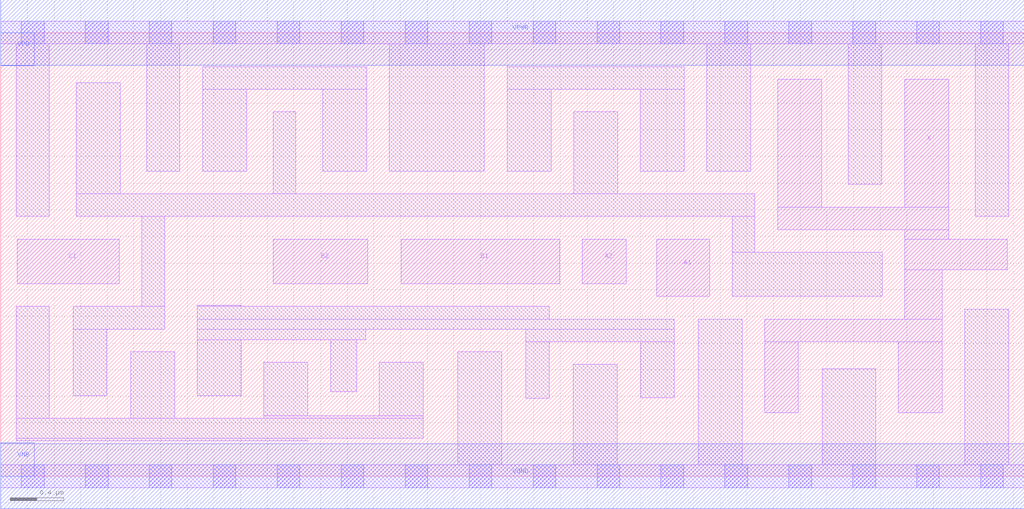
<source format=lef>
# Copyright 2020 The SkyWater PDK Authors
#
# Licensed under the Apache License, Version 2.0 (the "License");
# you may not use this file except in compliance with the License.
# You may obtain a copy of the License at
#
#     https://www.apache.org/licenses/LICENSE-2.0
#
# Unless required by applicable law or agreed to in writing, software
# distributed under the License is distributed on an "AS IS" BASIS,
# WITHOUT WARRANTIES OR CONDITIONS OF ANY KIND, either express or implied.
# See the License for the specific language governing permissions and
# limitations under the License.
#
# SPDX-License-Identifier: Apache-2.0

VERSION 5.5 ;
NAMESCASESENSITIVE ON ;
BUSBITCHARS "[]" ;
DIVIDERCHAR "/" ;
MACRO sky130_fd_sc_hs__o221a_4
  CLASS CORE ;
  SOURCE USER ;
  ORIGIN  0.000000  0.000000 ;
  SIZE  7.680000 BY  3.330000 ;
  SYMMETRY X Y ;
  SITE unit ;
  PIN A1
    ANTENNAGATEAREA  0.492000 ;
    DIRECTION INPUT ;
    USE SIGNAL ;
    PORT
      LAYER li1 ;
        RECT 4.925000 1.350000 5.320000 1.780000 ;
    END
  END A1
  PIN A2
    ANTENNAGATEAREA  0.492000 ;
    DIRECTION INPUT ;
    USE SIGNAL ;
    PORT
      LAYER li1 ;
        RECT 4.365000 1.445000 4.695000 1.780000 ;
    END
  END A2
  PIN B1
    ANTENNAGATEAREA  0.492000 ;
    DIRECTION INPUT ;
    USE SIGNAL ;
    PORT
      LAYER li1 ;
        RECT 3.005000 1.445000 4.195000 1.780000 ;
    END
  END B1
  PIN B2
    ANTENNAGATEAREA  0.492000 ;
    DIRECTION INPUT ;
    USE SIGNAL ;
    PORT
      LAYER li1 ;
        RECT 2.045000 1.445000 2.755000 1.780000 ;
    END
  END B2
  PIN C1
    ANTENNAGATEAREA  0.492000 ;
    DIRECTION INPUT ;
    USE SIGNAL ;
    PORT
      LAYER li1 ;
        RECT 0.125000 1.445000 0.890000 1.780000 ;
    END
  END C1
  PIN X
    ANTENNADIFFAREA  1.235700 ;
    DIRECTION OUTPUT ;
    USE SIGNAL ;
    PORT
      LAYER li1 ;
        RECT 5.735000 0.475000 5.985000 1.010000 ;
        RECT 5.735000 1.010000 7.065000 1.180000 ;
        RECT 5.830000 1.850000 7.115000 2.020000 ;
        RECT 5.830000 2.020000 6.160000 2.980000 ;
        RECT 6.735000 0.475000 7.065000 1.010000 ;
        RECT 6.785000 1.180000 7.065000 1.550000 ;
        RECT 6.785000 1.550000 7.555000 1.780000 ;
        RECT 6.785000 1.780000 7.115000 1.850000 ;
        RECT 6.785000 2.020000 7.115000 2.980000 ;
    END
  END X
  PIN VGND
    DIRECTION INOUT ;
    USE GROUND ;
    PORT
      LAYER met1 ;
        RECT 0.000000 -0.245000 7.680000 0.245000 ;
    END
  END VGND
  PIN VNB
    DIRECTION INOUT ;
    USE GROUND ;
    PORT
      LAYER met1 ;
        RECT 0.000000 0.000000 0.250000 0.250000 ;
    END
  END VNB
  PIN VPB
    DIRECTION INOUT ;
    USE POWER ;
    PORT
      LAYER met1 ;
        RECT 0.000000 3.080000 0.250000 3.330000 ;
    END
  END VPB
  PIN VPWR
    DIRECTION INOUT ;
    USE POWER ;
    PORT
      LAYER met1 ;
        RECT 0.000000 3.085000 7.680000 3.575000 ;
    END
  END VPWR
  OBS
    LAYER li1 ;
      RECT 0.000000 -0.085000 7.680000 0.085000 ;
      RECT 0.000000  3.245000 7.680000 3.415000 ;
      RECT 0.115000  0.265000 2.305000 0.285000 ;
      RECT 0.115000  0.285000 3.170000 0.435000 ;
      RECT 0.115000  0.435000 0.365000 1.275000 ;
      RECT 0.115000  1.950000 0.365000 3.245000 ;
      RECT 0.545000  0.605000 0.795000 1.105000 ;
      RECT 0.545000  1.105000 1.230000 1.275000 ;
      RECT 0.565000  1.950000 5.660000 2.120000 ;
      RECT 0.565000  2.120000 0.895000 2.955000 ;
      RECT 0.975000  0.435000 1.305000 0.935000 ;
      RECT 1.060000  1.275000 1.230000 1.950000 ;
      RECT 1.095000  2.290000 1.345000 3.245000 ;
      RECT 1.475000  0.605000 1.805000 1.025000 ;
      RECT 1.475000  1.025000 2.740000 1.105000 ;
      RECT 1.475000  1.105000 5.055000 1.180000 ;
      RECT 1.475000  1.180000 4.115000 1.275000 ;
      RECT 1.475000  1.275000 1.805000 1.285000 ;
      RECT 1.515000  2.290000 1.845000 2.905000 ;
      RECT 1.515000  2.905000 2.745000 3.075000 ;
      RECT 1.975000  0.435000 3.170000 0.455000 ;
      RECT 1.975000  0.455000 2.305000 0.855000 ;
      RECT 2.045000  2.120000 2.215000 2.735000 ;
      RECT 2.415000  2.290000 2.745000 2.905000 ;
      RECT 2.475000  0.635000 2.670000 1.025000 ;
      RECT 2.840000  0.455000 3.170000 0.855000 ;
      RECT 2.915000  2.290000 3.630000 3.245000 ;
      RECT 3.430000  0.085000 3.760000 0.935000 ;
      RECT 3.800000  2.290000 4.130000 2.905000 ;
      RECT 3.800000  2.905000 5.130000 3.075000 ;
      RECT 3.940000  0.585000 4.115000 1.010000 ;
      RECT 3.940000  1.010000 5.055000 1.105000 ;
      RECT 4.295000  0.085000 4.625000 0.840000 ;
      RECT 4.300000  2.120000 4.630000 2.735000 ;
      RECT 4.800000  2.290000 5.130000 2.905000 ;
      RECT 4.805000  0.590000 5.055000 1.010000 ;
      RECT 5.235000  0.085000 5.565000 1.180000 ;
      RECT 5.300000  2.290000 5.630000 3.245000 ;
      RECT 5.490000  1.350000 6.615000 1.680000 ;
      RECT 5.490000  1.680000 5.660000 1.950000 ;
      RECT 6.165000  0.085000 6.565000 0.805000 ;
      RECT 6.360000  2.190000 6.610000 3.245000 ;
      RECT 7.235000  0.085000 7.565000 1.255000 ;
      RECT 7.315000  1.950000 7.565000 3.245000 ;
    LAYER mcon ;
      RECT 0.155000 -0.085000 0.325000 0.085000 ;
      RECT 0.155000  3.245000 0.325000 3.415000 ;
      RECT 0.635000 -0.085000 0.805000 0.085000 ;
      RECT 0.635000  3.245000 0.805000 3.415000 ;
      RECT 1.115000 -0.085000 1.285000 0.085000 ;
      RECT 1.115000  3.245000 1.285000 3.415000 ;
      RECT 1.595000 -0.085000 1.765000 0.085000 ;
      RECT 1.595000  3.245000 1.765000 3.415000 ;
      RECT 2.075000 -0.085000 2.245000 0.085000 ;
      RECT 2.075000  3.245000 2.245000 3.415000 ;
      RECT 2.555000 -0.085000 2.725000 0.085000 ;
      RECT 2.555000  3.245000 2.725000 3.415000 ;
      RECT 3.035000 -0.085000 3.205000 0.085000 ;
      RECT 3.035000  3.245000 3.205000 3.415000 ;
      RECT 3.515000 -0.085000 3.685000 0.085000 ;
      RECT 3.515000  3.245000 3.685000 3.415000 ;
      RECT 3.995000 -0.085000 4.165000 0.085000 ;
      RECT 3.995000  3.245000 4.165000 3.415000 ;
      RECT 4.475000 -0.085000 4.645000 0.085000 ;
      RECT 4.475000  3.245000 4.645000 3.415000 ;
      RECT 4.955000 -0.085000 5.125000 0.085000 ;
      RECT 4.955000  3.245000 5.125000 3.415000 ;
      RECT 5.435000 -0.085000 5.605000 0.085000 ;
      RECT 5.435000  3.245000 5.605000 3.415000 ;
      RECT 5.915000 -0.085000 6.085000 0.085000 ;
      RECT 5.915000  3.245000 6.085000 3.415000 ;
      RECT 6.395000 -0.085000 6.565000 0.085000 ;
      RECT 6.395000  3.245000 6.565000 3.415000 ;
      RECT 6.875000 -0.085000 7.045000 0.085000 ;
      RECT 6.875000  3.245000 7.045000 3.415000 ;
      RECT 7.355000 -0.085000 7.525000 0.085000 ;
      RECT 7.355000  3.245000 7.525000 3.415000 ;
  END
END sky130_fd_sc_hs__o221a_4
END LIBRARY

</source>
